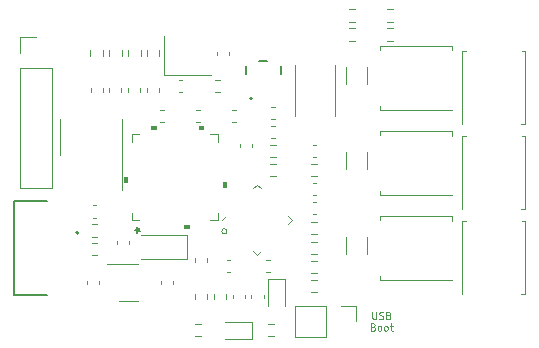
<source format=gbr>
%TF.GenerationSoftware,KiCad,Pcbnew,6.0.5+dfsg-1~bpo11+1*%
%TF.CreationDate,2022-07-15T07:05:19+00:00*%
%TF.ProjectId,xESC2,78455343-322e-46b6-9963-61645f706362,rev?*%
%TF.SameCoordinates,Original*%
%TF.FileFunction,Legend,Top*%
%TF.FilePolarity,Positive*%
%FSLAX46Y46*%
G04 Gerber Fmt 4.6, Leading zero omitted, Abs format (unit mm)*
G04 Created by KiCad (PCBNEW 6.0.5+dfsg-1~bpo11+1) date 2022-07-15 07:05:19*
%MOMM*%
%LPD*%
G01*
G04 APERTURE LIST*
%ADD10C,0.120000*%
%ADD11C,0.100000*%
%ADD12C,0.150000*%
%ADD13C,0.127000*%
%ADD14C,0.200000*%
G04 APERTURE END LIST*
D10*
X247223607Y-123376394D02*
G75*
G03*
X247223607Y-123376394I-223607J0D01*
G01*
D11*
X259517857Y-130213428D02*
X259517857Y-130699142D01*
X259546428Y-130756285D01*
X259575000Y-130784857D01*
X259632142Y-130813428D01*
X259746428Y-130813428D01*
X259803571Y-130784857D01*
X259832142Y-130756285D01*
X259860714Y-130699142D01*
X259860714Y-130213428D01*
X260117857Y-130784857D02*
X260203571Y-130813428D01*
X260346428Y-130813428D01*
X260403571Y-130784857D01*
X260432142Y-130756285D01*
X260460714Y-130699142D01*
X260460714Y-130642000D01*
X260432142Y-130584857D01*
X260403571Y-130556285D01*
X260346428Y-130527714D01*
X260232142Y-130499142D01*
X260175000Y-130470571D01*
X260146428Y-130442000D01*
X260117857Y-130384857D01*
X260117857Y-130327714D01*
X260146428Y-130270571D01*
X260175000Y-130242000D01*
X260232142Y-130213428D01*
X260375000Y-130213428D01*
X260460714Y-130242000D01*
X260917857Y-130499142D02*
X261003571Y-130527714D01*
X261032142Y-130556285D01*
X261060714Y-130613428D01*
X261060714Y-130699142D01*
X261032142Y-130756285D01*
X261003571Y-130784857D01*
X260946428Y-130813428D01*
X260717857Y-130813428D01*
X260717857Y-130213428D01*
X260917857Y-130213428D01*
X260975000Y-130242000D01*
X261003571Y-130270571D01*
X261032142Y-130327714D01*
X261032142Y-130384857D01*
X261003571Y-130442000D01*
X260975000Y-130470571D01*
X260917857Y-130499142D01*
X260717857Y-130499142D01*
X259603571Y-131465142D02*
X259689285Y-131493714D01*
X259717857Y-131522285D01*
X259746428Y-131579428D01*
X259746428Y-131665142D01*
X259717857Y-131722285D01*
X259689285Y-131750857D01*
X259632142Y-131779428D01*
X259403571Y-131779428D01*
X259403571Y-131179428D01*
X259603571Y-131179428D01*
X259660714Y-131208000D01*
X259689285Y-131236571D01*
X259717857Y-131293714D01*
X259717857Y-131350857D01*
X259689285Y-131408000D01*
X259660714Y-131436571D01*
X259603571Y-131465142D01*
X259403571Y-131465142D01*
X260089285Y-131779428D02*
X260032142Y-131750857D01*
X260003571Y-131722285D01*
X259975000Y-131665142D01*
X259975000Y-131493714D01*
X260003571Y-131436571D01*
X260032142Y-131408000D01*
X260089285Y-131379428D01*
X260175000Y-131379428D01*
X260232142Y-131408000D01*
X260260714Y-131436571D01*
X260289285Y-131493714D01*
X260289285Y-131665142D01*
X260260714Y-131722285D01*
X260232142Y-131750857D01*
X260175000Y-131779428D01*
X260089285Y-131779428D01*
X260632142Y-131779428D02*
X260575000Y-131750857D01*
X260546428Y-131722285D01*
X260517857Y-131665142D01*
X260517857Y-131493714D01*
X260546428Y-131436571D01*
X260575000Y-131408000D01*
X260632142Y-131379428D01*
X260717857Y-131379428D01*
X260775000Y-131408000D01*
X260803571Y-131436571D01*
X260832142Y-131493714D01*
X260832142Y-131665142D01*
X260803571Y-131722285D01*
X260775000Y-131750857D01*
X260717857Y-131779428D01*
X260632142Y-131779428D01*
X261003571Y-131379428D02*
X261232142Y-131379428D01*
X261089285Y-131179428D02*
X261089285Y-131693714D01*
X261117857Y-131750857D01*
X261175000Y-131779428D01*
X261232142Y-131779428D01*
D12*
%TO.C,U1*%
X239452380Y-123244999D02*
X239690476Y-123244999D01*
X239595238Y-123483094D02*
X239690476Y-123244999D01*
X239595238Y-123006903D01*
X239880952Y-123387856D02*
X239690476Y-123244999D01*
X239880952Y-123102141D01*
X239452380Y-123244999D02*
X239690476Y-123244999D01*
X239595238Y-123483094D02*
X239690476Y-123244999D01*
X239595238Y-123006903D01*
X239880952Y-123387856D02*
X239690476Y-123244999D01*
X239880952Y-123102141D01*
D10*
%TO.C,R19*%
X254837258Y-117677500D02*
X254362742Y-117677500D01*
X254837258Y-118722500D02*
X254362742Y-118722500D01*
%TO.C,R20*%
X254837258Y-126922500D02*
X254362742Y-126922500D01*
X254837258Y-125877500D02*
X254362742Y-125877500D01*
%TO.C,R21*%
X251337258Y-118722500D02*
X250862742Y-118722500D01*
X251337258Y-117677500D02*
X250862742Y-117677500D01*
%TO.C,R22*%
X254837258Y-125322500D02*
X254362742Y-125322500D01*
X254837258Y-124277500D02*
X254362742Y-124277500D01*
%TO.C,C15*%
X249310000Y-116240580D02*
X249310000Y-115959420D01*
X248290000Y-116240580D02*
X248290000Y-115959420D01*
%TO.C,C11*%
X237890000Y-124159420D02*
X237890000Y-124440580D01*
X238910000Y-124159420D02*
X238910000Y-124440580D01*
%TO.C,C12*%
X244619420Y-113100000D02*
X244900580Y-113100000D01*
X244619420Y-114120000D02*
X244900580Y-114120000D01*
%TO.C,C13*%
X249290000Y-128759420D02*
X249290000Y-129040580D01*
X250310000Y-128759420D02*
X250310000Y-129040580D01*
%TO.C,R16*%
X254837258Y-127477500D02*
X254362742Y-127477500D01*
X254837258Y-128522500D02*
X254362742Y-128522500D01*
%TO.C,C24*%
X236410000Y-127559420D02*
X236410000Y-127840580D01*
X235390000Y-127559420D02*
X235390000Y-127840580D01*
%TO.C,J3*%
X229730000Y-109510000D02*
X229730000Y-119730000D01*
X229730000Y-108240000D02*
X229730000Y-106910000D01*
X229730000Y-119730000D02*
X232390000Y-119730000D01*
X229730000Y-109510000D02*
X232390000Y-109510000D01*
X229730000Y-106910000D02*
X231060000Y-106910000D01*
X232390000Y-109510000D02*
X232390000Y-119730000D01*
%TO.C,D2*%
X252135000Y-127415000D02*
X250665000Y-127415000D01*
X250665000Y-127415000D02*
X250665000Y-129700000D01*
X252135000Y-129700000D02*
X252135000Y-127415000D01*
%TO.C,D3*%
X249325000Y-131025000D02*
X247040000Y-131025000D01*
X249325000Y-132495000D02*
X249325000Y-131025000D01*
X247040000Y-132495000D02*
X249325000Y-132495000D01*
%TO.C,R10*%
X250702742Y-132282500D02*
X251177258Y-132282500D01*
X250702742Y-131237500D02*
X251177258Y-131237500D01*
%TO.C,R11*%
X244502742Y-132282500D02*
X244977258Y-132282500D01*
X244502742Y-131237500D02*
X244977258Y-131237500D01*
%TO.C,R7*%
X257562742Y-105622500D02*
X258037258Y-105622500D01*
X257562742Y-104577500D02*
X258037258Y-104577500D01*
%TO.C,R8*%
X260762742Y-104577500D02*
X261237258Y-104577500D01*
X260762742Y-105622500D02*
X261237258Y-105622500D01*
%TO.C,C22*%
X254740580Y-120310000D02*
X254459420Y-120310000D01*
X254740580Y-119290000D02*
X254459420Y-119290000D01*
%TO.C,C21*%
X254740580Y-116090000D02*
X254459420Y-116090000D01*
X254740580Y-117110000D02*
X254459420Y-117110000D01*
%TO.C,C23*%
X254740580Y-121910000D02*
X254459420Y-121910000D01*
X254740580Y-120890000D02*
X254459420Y-120890000D01*
%TO.C,R15*%
X254837258Y-123622500D02*
X254362742Y-123622500D01*
X254837258Y-122577500D02*
X254362742Y-122577500D01*
%TO.C,C18*%
X259110000Y-125311252D02*
X259110000Y-123888748D01*
X257290000Y-125311252D02*
X257290000Y-123888748D01*
%TO.C,C26*%
X257290000Y-118111252D02*
X257290000Y-116688748D01*
X259110000Y-118111252D02*
X259110000Y-116688748D01*
%TO.C,Q1*%
X266260000Y-122465000D02*
X266260000Y-122115000D01*
X260140000Y-127485000D02*
X266260000Y-127485000D01*
X260140000Y-122415000D02*
X260140000Y-122115000D01*
X260140000Y-127185000D02*
X260140000Y-127485000D01*
X260140000Y-122115000D02*
X266260000Y-122115000D01*
%TO.C,Q3*%
X266260000Y-115265000D02*
X266260000Y-114915000D01*
X260140000Y-115215000D02*
X260140000Y-114915000D01*
X260140000Y-114915000D02*
X266260000Y-114915000D01*
X260140000Y-119985000D02*
X260140000Y-120285000D01*
X260140000Y-120285000D02*
X266260000Y-120285000D01*
%TO.C,Q5*%
X260140000Y-108015000D02*
X260140000Y-107715000D01*
X266260000Y-108065000D02*
X266260000Y-107715000D01*
X260140000Y-113085000D02*
X266260000Y-113085000D01*
X260140000Y-112785000D02*
X260140000Y-113085000D01*
X260140000Y-107715000D02*
X266260000Y-107715000D01*
D13*
%TO.C,J2*%
X229150000Y-120900000D02*
X229150000Y-128700000D01*
X231950000Y-120820000D02*
X229150000Y-120820000D01*
X231950000Y-128780000D02*
X229150000Y-128780000D01*
D14*
X234650000Y-123500000D02*
G75*
G03*
X234650000Y-123500000I-100000J0D01*
G01*
D10*
%TO.C,D1*%
X243850000Y-125700000D02*
X239950000Y-125700000D01*
X243850000Y-123700000D02*
X239950000Y-123700000D01*
X243850000Y-125700000D02*
X243850000Y-123700000D01*
%TO.C,R3*%
X236237258Y-124377500D02*
X235762742Y-124377500D01*
X236237258Y-125422500D02*
X235762742Y-125422500D01*
%TO.C,R2*%
X236237258Y-122777500D02*
X235762742Y-122777500D01*
X236237258Y-123822500D02*
X235762742Y-123822500D01*
%TO.C,Q6*%
X272485000Y-108140000D02*
X272485000Y-114260000D01*
X272185000Y-108140000D02*
X272485000Y-108140000D01*
X267115000Y-108140000D02*
X267115000Y-114260000D01*
X272135000Y-114260000D02*
X272485000Y-114260000D01*
X267415000Y-108140000D02*
X267115000Y-108140000D01*
%TO.C,Q4*%
X272135000Y-121460000D02*
X272485000Y-121460000D01*
X267415000Y-115340000D02*
X267115000Y-115340000D01*
X272485000Y-115340000D02*
X272485000Y-121460000D01*
X272185000Y-115340000D02*
X272485000Y-115340000D01*
X267115000Y-115340000D02*
X267115000Y-121460000D01*
%TO.C,Q2*%
X272485000Y-122540000D02*
X272485000Y-128660000D01*
X267115000Y-122540000D02*
X267115000Y-128660000D01*
X272185000Y-122540000D02*
X272485000Y-122540000D01*
X267415000Y-122540000D02*
X267115000Y-122540000D01*
X272135000Y-128660000D02*
X272485000Y-128660000D01*
%TO.C,C27*%
X259110000Y-110911252D02*
X259110000Y-109488748D01*
X257290000Y-110911252D02*
X257290000Y-109488748D01*
%TO.C,C19*%
X247212516Y-125790000D02*
X247493676Y-125790000D01*
X247212516Y-126810000D02*
X247493676Y-126810000D01*
%TO.C,U5*%
X238900000Y-129260000D02*
X239700000Y-129260000D01*
X238900000Y-126140000D02*
X239700000Y-126140000D01*
X238900000Y-126140000D02*
X237100000Y-126140000D01*
X238900000Y-129260000D02*
X238100000Y-129260000D01*
%TO.C,C14*%
X244490000Y-125659420D02*
X244490000Y-125940580D01*
X245510000Y-125659420D02*
X245510000Y-125940580D01*
%TO.C,R4*%
X237252500Y-108062742D02*
X237252500Y-108537258D01*
X238297500Y-108062742D02*
X238297500Y-108537258D01*
%TO.C,R5*%
X239897500Y-108062742D02*
X239897500Y-108537258D01*
X238852500Y-108062742D02*
X238852500Y-108537258D01*
%TO.C,C1*%
X236685000Y-111259420D02*
X236685000Y-111540580D01*
X235665000Y-111259420D02*
X235665000Y-111540580D01*
%TO.C,C2*%
X238285000Y-111259420D02*
X238285000Y-111540580D01*
X237265000Y-111259420D02*
X237265000Y-111540580D01*
%TO.C,C3*%
X239885000Y-111259420D02*
X239885000Y-111540580D01*
X238865000Y-111259420D02*
X238865000Y-111540580D01*
%TO.C,R6*%
X241497500Y-108062742D02*
X241497500Y-108537258D01*
X240452500Y-108062742D02*
X240452500Y-108537258D01*
%TO.C,R1*%
X236697500Y-108062742D02*
X236697500Y-108537258D01*
X235652500Y-108062742D02*
X235652500Y-108537258D01*
%TO.C,C4*%
X241485000Y-111259420D02*
X241485000Y-111540580D01*
X240465000Y-111259420D02*
X240465000Y-111540580D01*
%TO.C,R9*%
X258037258Y-107247500D02*
X257562742Y-107247500D01*
X258037258Y-106202500D02*
X257562742Y-106202500D01*
%TO.C,TH1*%
X261237258Y-107247500D02*
X260762742Y-107247500D01*
X261237258Y-106202500D02*
X260762742Y-106202500D01*
%TO.C,U3*%
X252389535Y-122735876D02*
X252725411Y-122400000D01*
X249741420Y-119416009D02*
X250077296Y-119751885D01*
X249741420Y-125383991D02*
X249405544Y-125048115D01*
X247093305Y-122064124D02*
X246757429Y-122400000D01*
X252725411Y-122400000D02*
X252389535Y-122064124D01*
X249405544Y-119751885D02*
X249741420Y-119416009D01*
X250077296Y-125048115D02*
X249741420Y-125383991D01*
%TO.C,R18*%
X252950000Y-113612064D02*
X252950000Y-109257936D01*
X256370000Y-113612064D02*
X256370000Y-109257936D01*
%TO.C,C25*%
X242610000Y-127559420D02*
X242610000Y-127840580D01*
X241590000Y-127559420D02*
X241590000Y-127840580D01*
%TO.C,C20*%
X250959420Y-113910000D02*
X251240580Y-113910000D01*
X250959420Y-112890000D02*
X251240580Y-112890000D01*
%TO.C,Y1*%
X241900000Y-106850000D02*
X241900000Y-110150000D01*
X241900000Y-110150000D02*
X245900000Y-110150000D01*
%TO.C,U2*%
X233090000Y-116900000D02*
X233090000Y-113900000D01*
X238310000Y-119900000D02*
X238310000Y-113900000D01*
%TO.C,C17*%
X250959420Y-115510000D02*
X251240580Y-115510000D01*
X250959420Y-114490000D02*
X251240580Y-114490000D01*
%TO.C,C6*%
X243159420Y-110590000D02*
X243440580Y-110590000D01*
X243159420Y-111610000D02*
X243440580Y-111610000D01*
%TO.C,R17*%
X250862742Y-116077500D02*
X251337258Y-116077500D01*
X250862742Y-117122500D02*
X251337258Y-117122500D01*
%TO.C,C8*%
X250559420Y-126810000D02*
X250840580Y-126810000D01*
X250559420Y-125790000D02*
X250840580Y-125790000D01*
%TO.C,R13*%
X246077500Y-129137258D02*
X246077500Y-128662742D01*
X247122500Y-129137258D02*
X247122500Y-128662742D01*
%TO.C,C7*%
X241579420Y-113100000D02*
X241860580Y-113100000D01*
X241579420Y-114120000D02*
X241860580Y-114120000D01*
%TO.C,R12*%
X246162742Y-111622500D02*
X246637258Y-111622500D01*
X246162742Y-110577500D02*
X246637258Y-110577500D01*
%TO.C,C5*%
X246390000Y-108440580D02*
X246390000Y-108159420D01*
X247410000Y-108440580D02*
X247410000Y-108159420D01*
%TO.C,C16*%
X236140580Y-122210000D02*
X235859420Y-122210000D01*
X236140580Y-121190000D02*
X235859420Y-121190000D01*
%TO.C,J5*%
X258180000Y-129670000D02*
X258180000Y-131000000D01*
X255580000Y-129670000D02*
X252980000Y-129670000D01*
X255580000Y-129670000D02*
X255580000Y-132330000D01*
X255580000Y-132330000D02*
X252980000Y-132330000D01*
X252980000Y-129670000D02*
X252980000Y-132330000D01*
X256850000Y-129670000D02*
X258180000Y-129670000D01*
D13*
%TO.C,U4*%
X249965000Y-108930000D02*
X250635000Y-108930000D01*
X248850000Y-110060000D02*
X248850000Y-109400000D01*
X251750000Y-109400000D02*
X251750000Y-110060000D01*
D14*
X249350000Y-112140000D02*
G75*
G03*
X249350000Y-112140000I-100000J0D01*
G01*
D10*
%TO.C,R14*%
X244477500Y-128662742D02*
X244477500Y-129137258D01*
X245522500Y-128662742D02*
X245522500Y-129137258D01*
%TO.C,U1*%
X245821640Y-122432199D02*
X246432200Y-122432199D01*
X246432200Y-115167799D02*
X245821640Y-115167799D01*
X239167800Y-122432199D02*
X239778360Y-122432199D01*
X246432200Y-115778359D02*
X246432200Y-115167799D01*
X239167800Y-121821639D02*
X239167800Y-122432199D01*
X246432200Y-122432199D02*
X246432200Y-121821639D01*
X239167800Y-115167799D02*
X239167800Y-115778359D01*
X239778360Y-115167799D02*
X239167800Y-115167799D01*
G36*
X245190501Y-114735999D02*
G01*
X244809501Y-114735999D01*
X244809501Y-114481999D01*
X245190501Y-114481999D01*
X245190501Y-114735999D01*
G37*
D11*
X245190501Y-114735999D02*
X244809501Y-114735999D01*
X244809501Y-114481999D01*
X245190501Y-114481999D01*
X245190501Y-114735999D01*
G36*
X243990501Y-123117999D02*
G01*
X243609501Y-123117999D01*
X243609501Y-122863999D01*
X243990501Y-122863999D01*
X243990501Y-123117999D01*
G37*
X243990501Y-123117999D02*
X243609501Y-123117999D01*
X243609501Y-122863999D01*
X243990501Y-122863999D01*
X243990501Y-123117999D01*
G36*
X241190501Y-114735999D02*
G01*
X240809501Y-114735999D01*
X240809501Y-114481999D01*
X241190501Y-114481999D01*
X241190501Y-114735999D01*
G37*
X241190501Y-114735999D02*
X240809501Y-114735999D01*
X240809501Y-114481999D01*
X241190501Y-114481999D01*
X241190501Y-114735999D01*
G36*
X238736000Y-119190499D02*
G01*
X238482000Y-119190499D01*
X238482000Y-118809499D01*
X238736000Y-118809499D01*
X238736000Y-119190499D01*
G37*
X238736000Y-119190499D02*
X238482000Y-119190499D01*
X238482000Y-118809499D01*
X238736000Y-118809499D01*
X238736000Y-119190499D01*
G36*
X247118000Y-119590498D02*
G01*
X246864000Y-119590498D01*
X246864000Y-119209498D01*
X247118000Y-119209498D01*
X247118000Y-119590498D01*
G37*
X247118000Y-119590498D02*
X246864000Y-119590498D01*
X246864000Y-119209498D01*
X247118000Y-119209498D01*
X247118000Y-119590498D01*
D10*
%TO.C,C9*%
X247690000Y-128759420D02*
X247690000Y-129040580D01*
X248710000Y-128759420D02*
X248710000Y-129040580D01*
%TO.C,C10*%
X247940580Y-114120000D02*
X247659420Y-114120000D01*
X247940580Y-113100000D02*
X247659420Y-113100000D01*
%TD*%
M02*

</source>
